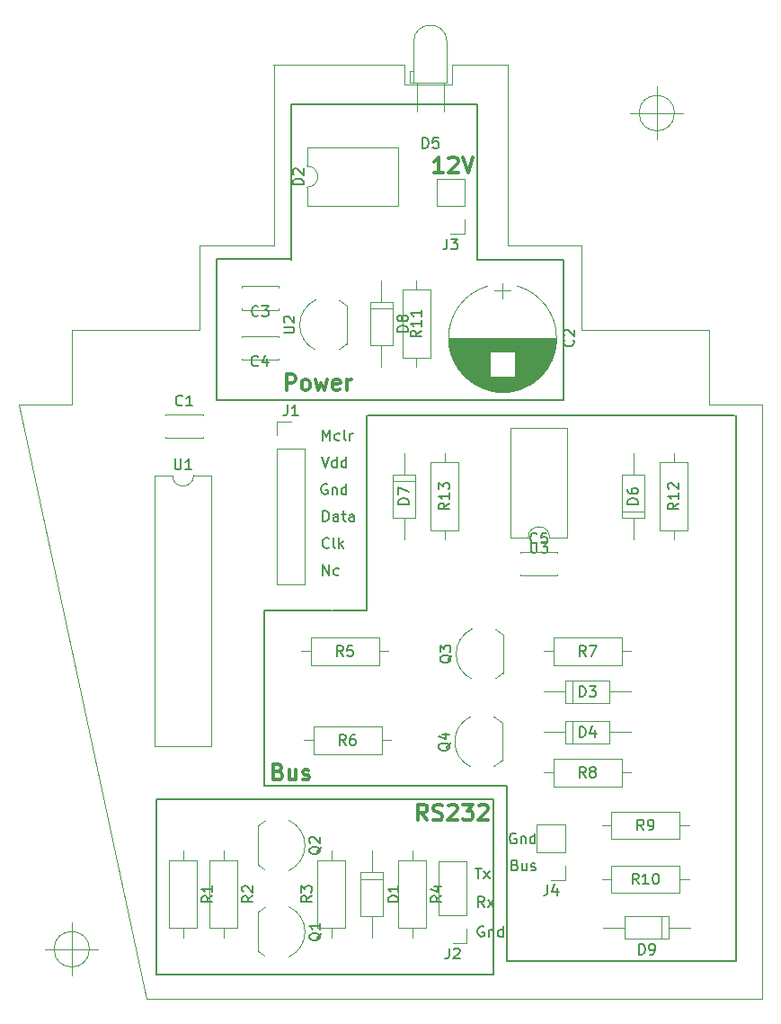
<source format=gbr>
%TF.GenerationSoftware,KiCad,Pcbnew,4.0.7-e2-6376~58~ubuntu16.04.1*%
%TF.CreationDate,2019-01-22T10:52:45+01:00*%
%TF.ProjectId,nikobus,6E696B6F6275732E6B696361645F7063,rev?*%
%TF.FileFunction,Legend,Top*%
%FSLAX46Y46*%
G04 Gerber Fmt 4.6, Leading zero omitted, Abs format (unit mm)*
G04 Created by KiCad (PCBNEW 4.0.7-e2-6376~58~ubuntu16.04.1) date Tue Jan 22 10:52:45 2019*
%MOMM*%
%LPD*%
G01*
G04 APERTURE LIST*
%ADD10C,0.100000*%
%ADD11C,0.200000*%
%ADD12C,0.300000*%
%ADD13C,0.120000*%
%ADD14C,0.150000*%
G04 APERTURE END LIST*
D10*
X112268000Y-40005000D02*
X99949000Y-40005000D01*
X116713000Y-41910000D02*
X112268000Y-41910000D01*
X116840000Y-40005000D02*
X121920000Y-40005000D01*
D11*
X94615000Y-71628000D02*
X94615000Y-58293000D01*
X127254000Y-71628000D02*
X94615000Y-71628000D01*
X127254000Y-58420000D02*
X127254000Y-71628000D01*
X119253000Y-58420000D02*
X127254000Y-58420000D01*
X94615000Y-58293000D02*
X101600000Y-58293000D01*
X143383000Y-73025000D02*
X108839000Y-73025000D01*
X108712000Y-91440000D02*
X108712000Y-73025000D01*
X105537000Y-91440000D02*
X108712000Y-91440000D01*
X119180000Y-43735500D02*
X119180000Y-58404000D01*
X101590500Y-43735500D02*
X119180000Y-43735500D01*
X101590500Y-58404000D02*
X101590500Y-43735500D01*
D10*
X137737666Y-44561000D02*
G75*
G03X137737666Y-44561000I-1666666J0D01*
G01*
X133571000Y-44561000D02*
X138571000Y-44561000D01*
X136071000Y-42061000D02*
X136071000Y-47061000D01*
X82619666Y-123301000D02*
G75*
G03X82619666Y-123301000I-1666666J0D01*
G01*
X78453000Y-123301000D02*
X83453000Y-123301000D01*
X80953000Y-120801000D02*
X80953000Y-125801000D01*
X116767000Y-41894000D02*
X116767000Y-39989000D01*
X112322000Y-39989000D02*
X112322000Y-41894000D01*
D11*
X122698143Y-115371571D02*
X122841000Y-115419190D01*
X122888619Y-115466810D01*
X122936238Y-115562048D01*
X122936238Y-115704905D01*
X122888619Y-115800143D01*
X122841000Y-115847762D01*
X122745762Y-115895381D01*
X122364809Y-115895381D01*
X122364809Y-114895381D01*
X122698143Y-114895381D01*
X122793381Y-114943000D01*
X122841000Y-114990619D01*
X122888619Y-115085857D01*
X122888619Y-115181095D01*
X122841000Y-115276333D01*
X122793381Y-115323952D01*
X122698143Y-115371571D01*
X122364809Y-115371571D01*
X123793381Y-115228714D02*
X123793381Y-115895381D01*
X123364809Y-115228714D02*
X123364809Y-115752524D01*
X123412428Y-115847762D01*
X123507666Y-115895381D01*
X123650524Y-115895381D01*
X123745762Y-115847762D01*
X123793381Y-115800143D01*
X124221952Y-115847762D02*
X124317190Y-115895381D01*
X124507666Y-115895381D01*
X124602905Y-115847762D01*
X124650524Y-115752524D01*
X124650524Y-115704905D01*
X124602905Y-115609667D01*
X124507666Y-115562048D01*
X124364809Y-115562048D01*
X124269571Y-115514429D01*
X124221952Y-115419190D01*
X124221952Y-115371571D01*
X124269571Y-115276333D01*
X124364809Y-115228714D01*
X124507666Y-115228714D01*
X124602905Y-115276333D01*
X122793381Y-112403000D02*
X122698143Y-112355381D01*
X122555286Y-112355381D01*
X122412428Y-112403000D01*
X122317190Y-112498238D01*
X122269571Y-112593476D01*
X122221952Y-112783952D01*
X122221952Y-112926810D01*
X122269571Y-113117286D01*
X122317190Y-113212524D01*
X122412428Y-113307762D01*
X122555286Y-113355381D01*
X122650524Y-113355381D01*
X122793381Y-113307762D01*
X122841000Y-113260143D01*
X122841000Y-112926810D01*
X122650524Y-112926810D01*
X123269571Y-112688714D02*
X123269571Y-113355381D01*
X123269571Y-112783952D02*
X123317190Y-112736333D01*
X123412428Y-112688714D01*
X123555286Y-112688714D01*
X123650524Y-112736333D01*
X123698143Y-112831571D01*
X123698143Y-113355381D01*
X124602905Y-113355381D02*
X124602905Y-112355381D01*
X124602905Y-113307762D02*
X124507667Y-113355381D01*
X124317190Y-113355381D01*
X124221952Y-113307762D01*
X124174333Y-113260143D01*
X124126714Y-113164905D01*
X124126714Y-112879190D01*
X124174333Y-112783952D01*
X124221952Y-112736333D01*
X124317190Y-112688714D01*
X124507667Y-112688714D01*
X124602905Y-112736333D01*
X104632095Y-88082381D02*
X104632095Y-87082381D01*
X105203524Y-88082381D01*
X105203524Y-87082381D01*
X106108286Y-88034762D02*
X106013048Y-88082381D01*
X105822571Y-88082381D01*
X105727333Y-88034762D01*
X105679714Y-87987143D01*
X105632095Y-87891905D01*
X105632095Y-87606190D01*
X105679714Y-87510952D01*
X105727333Y-87463333D01*
X105822571Y-87415714D01*
X106013048Y-87415714D01*
X106108286Y-87463333D01*
X105021143Y-79510000D02*
X104925905Y-79462381D01*
X104783048Y-79462381D01*
X104640190Y-79510000D01*
X104544952Y-79605238D01*
X104497333Y-79700476D01*
X104449714Y-79890952D01*
X104449714Y-80033810D01*
X104497333Y-80224286D01*
X104544952Y-80319524D01*
X104640190Y-80414762D01*
X104783048Y-80462381D01*
X104878286Y-80462381D01*
X105021143Y-80414762D01*
X105068762Y-80367143D01*
X105068762Y-80033810D01*
X104878286Y-80033810D01*
X105497333Y-79795714D02*
X105497333Y-80462381D01*
X105497333Y-79890952D02*
X105544952Y-79843333D01*
X105640190Y-79795714D01*
X105783048Y-79795714D01*
X105878286Y-79843333D01*
X105925905Y-79938571D01*
X105925905Y-80462381D01*
X106830667Y-80462381D02*
X106830667Y-79462381D01*
X106830667Y-80414762D02*
X106735429Y-80462381D01*
X106544952Y-80462381D01*
X106449714Y-80414762D01*
X106402095Y-80367143D01*
X106354476Y-80271905D01*
X106354476Y-79986190D01*
X106402095Y-79890952D01*
X106449714Y-79843333D01*
X106544952Y-79795714D01*
X106735429Y-79795714D01*
X106830667Y-79843333D01*
X105203524Y-85447143D02*
X105155905Y-85494762D01*
X105013048Y-85542381D01*
X104917810Y-85542381D01*
X104774952Y-85494762D01*
X104679714Y-85399524D01*
X104632095Y-85304286D01*
X104584476Y-85113810D01*
X104584476Y-84970952D01*
X104632095Y-84780476D01*
X104679714Y-84685238D01*
X104774952Y-84590000D01*
X104917810Y-84542381D01*
X105013048Y-84542381D01*
X105155905Y-84590000D01*
X105203524Y-84637619D01*
X105774952Y-85542381D02*
X105679714Y-85494762D01*
X105632095Y-85399524D01*
X105632095Y-84542381D01*
X106155905Y-85542381D02*
X106155905Y-84542381D01*
X106251143Y-85161429D02*
X106536858Y-85542381D01*
X106536858Y-84875714D02*
X106155905Y-85256667D01*
X104632095Y-75382381D02*
X104632095Y-74382381D01*
X104965429Y-75096667D01*
X105298762Y-74382381D01*
X105298762Y-75382381D01*
X106203524Y-75334762D02*
X106108286Y-75382381D01*
X105917809Y-75382381D01*
X105822571Y-75334762D01*
X105774952Y-75287143D01*
X105727333Y-75191905D01*
X105727333Y-74906190D01*
X105774952Y-74810952D01*
X105822571Y-74763333D01*
X105917809Y-74715714D01*
X106108286Y-74715714D01*
X106203524Y-74763333D01*
X106774952Y-75382381D02*
X106679714Y-75334762D01*
X106632095Y-75239524D01*
X106632095Y-74382381D01*
X107155905Y-75382381D02*
X107155905Y-74715714D01*
X107155905Y-74906190D02*
X107203524Y-74810952D01*
X107251143Y-74763333D01*
X107346381Y-74715714D01*
X107441620Y-74715714D01*
X118967238Y-115657381D02*
X119538667Y-115657381D01*
X119252952Y-116657381D02*
X119252952Y-115657381D01*
X119776762Y-116657381D02*
X120300572Y-115990714D01*
X119776762Y-115990714D02*
X120300572Y-116657381D01*
X119760905Y-121166000D02*
X119665667Y-121118381D01*
X119522810Y-121118381D01*
X119379952Y-121166000D01*
X119284714Y-121261238D01*
X119237095Y-121356476D01*
X119189476Y-121546952D01*
X119189476Y-121689810D01*
X119237095Y-121880286D01*
X119284714Y-121975524D01*
X119379952Y-122070762D01*
X119522810Y-122118381D01*
X119618048Y-122118381D01*
X119760905Y-122070762D01*
X119808524Y-122023143D01*
X119808524Y-121689810D01*
X119618048Y-121689810D01*
X120237095Y-121451714D02*
X120237095Y-122118381D01*
X120237095Y-121546952D02*
X120284714Y-121499333D01*
X120379952Y-121451714D01*
X120522810Y-121451714D01*
X120618048Y-121499333D01*
X120665667Y-121594571D01*
X120665667Y-122118381D01*
X121570429Y-122118381D02*
X121570429Y-121118381D01*
X121570429Y-122070762D02*
X121475191Y-122118381D01*
X121284714Y-122118381D01*
X121189476Y-122070762D01*
X121141857Y-122023143D01*
X121094238Y-121927905D01*
X121094238Y-121642190D01*
X121141857Y-121546952D01*
X121189476Y-121499333D01*
X121284714Y-121451714D01*
X121475191Y-121451714D01*
X121570429Y-121499333D01*
X119808524Y-119324381D02*
X119475190Y-118848190D01*
X119237095Y-119324381D02*
X119237095Y-118324381D01*
X119618048Y-118324381D01*
X119713286Y-118372000D01*
X119760905Y-118419619D01*
X119808524Y-118514857D01*
X119808524Y-118657714D01*
X119760905Y-118752952D01*
X119713286Y-118800571D01*
X119618048Y-118848190D01*
X119237095Y-118848190D01*
X120141857Y-119324381D02*
X120665667Y-118657714D01*
X120141857Y-118657714D02*
X120665667Y-119324381D01*
X104632095Y-83002381D02*
X104632095Y-82002381D01*
X104870190Y-82002381D01*
X105013048Y-82050000D01*
X105108286Y-82145238D01*
X105155905Y-82240476D01*
X105203524Y-82430952D01*
X105203524Y-82573810D01*
X105155905Y-82764286D01*
X105108286Y-82859524D01*
X105013048Y-82954762D01*
X104870190Y-83002381D01*
X104632095Y-83002381D01*
X106060667Y-83002381D02*
X106060667Y-82478571D01*
X106013048Y-82383333D01*
X105917810Y-82335714D01*
X105727333Y-82335714D01*
X105632095Y-82383333D01*
X106060667Y-82954762D02*
X105965429Y-83002381D01*
X105727333Y-83002381D01*
X105632095Y-82954762D01*
X105584476Y-82859524D01*
X105584476Y-82764286D01*
X105632095Y-82669048D01*
X105727333Y-82621429D01*
X105965429Y-82621429D01*
X106060667Y-82573810D01*
X106394000Y-82335714D02*
X106774952Y-82335714D01*
X106536857Y-82002381D02*
X106536857Y-82859524D01*
X106584476Y-82954762D01*
X106679714Y-83002381D01*
X106774952Y-83002381D01*
X107536858Y-83002381D02*
X107536858Y-82478571D01*
X107489239Y-82383333D01*
X107394001Y-82335714D01*
X107203524Y-82335714D01*
X107108286Y-82383333D01*
X107536858Y-82954762D02*
X107441620Y-83002381D01*
X107203524Y-83002381D01*
X107108286Y-82954762D01*
X107060667Y-82859524D01*
X107060667Y-82764286D01*
X107108286Y-82669048D01*
X107203524Y-82621429D01*
X107441620Y-82621429D01*
X107536858Y-82573810D01*
X104489238Y-76922381D02*
X104822571Y-77922381D01*
X105155905Y-76922381D01*
X105917810Y-77922381D02*
X105917810Y-76922381D01*
X105917810Y-77874762D02*
X105822572Y-77922381D01*
X105632095Y-77922381D01*
X105536857Y-77874762D01*
X105489238Y-77827143D01*
X105441619Y-77731905D01*
X105441619Y-77446190D01*
X105489238Y-77350952D01*
X105536857Y-77303333D01*
X105632095Y-77255714D01*
X105822572Y-77255714D01*
X105917810Y-77303333D01*
X106822572Y-77922381D02*
X106822572Y-76922381D01*
X106822572Y-77874762D02*
X106727334Y-77922381D01*
X106536857Y-77922381D01*
X106441619Y-77874762D01*
X106394000Y-77827143D01*
X106346381Y-77731905D01*
X106346381Y-77446190D01*
X106394000Y-77350952D01*
X106441619Y-77303333D01*
X106536857Y-77255714D01*
X106727334Y-77255714D01*
X106822572Y-77303333D01*
D12*
X115911429Y-50208571D02*
X115054286Y-50208571D01*
X115482858Y-50208571D02*
X115482858Y-48708571D01*
X115340001Y-48922857D01*
X115197143Y-49065714D01*
X115054286Y-49137143D01*
X116482857Y-48851429D02*
X116554286Y-48780000D01*
X116697143Y-48708571D01*
X117054286Y-48708571D01*
X117197143Y-48780000D01*
X117268572Y-48851429D01*
X117340000Y-48994286D01*
X117340000Y-49137143D01*
X117268572Y-49351429D01*
X116411429Y-50208571D01*
X117340000Y-50208571D01*
X117768571Y-48708571D02*
X118268571Y-50208571D01*
X118768571Y-48708571D01*
X114447144Y-111168571D02*
X113947144Y-110454286D01*
X113590001Y-111168571D02*
X113590001Y-109668571D01*
X114161429Y-109668571D01*
X114304287Y-109740000D01*
X114375715Y-109811429D01*
X114447144Y-109954286D01*
X114447144Y-110168571D01*
X114375715Y-110311429D01*
X114304287Y-110382857D01*
X114161429Y-110454286D01*
X113590001Y-110454286D01*
X115018572Y-111097143D02*
X115232858Y-111168571D01*
X115590001Y-111168571D01*
X115732858Y-111097143D01*
X115804287Y-111025714D01*
X115875715Y-110882857D01*
X115875715Y-110740000D01*
X115804287Y-110597143D01*
X115732858Y-110525714D01*
X115590001Y-110454286D01*
X115304287Y-110382857D01*
X115161429Y-110311429D01*
X115090001Y-110240000D01*
X115018572Y-110097143D01*
X115018572Y-109954286D01*
X115090001Y-109811429D01*
X115161429Y-109740000D01*
X115304287Y-109668571D01*
X115661429Y-109668571D01*
X115875715Y-109740000D01*
X116447143Y-109811429D02*
X116518572Y-109740000D01*
X116661429Y-109668571D01*
X117018572Y-109668571D01*
X117161429Y-109740000D01*
X117232858Y-109811429D01*
X117304286Y-109954286D01*
X117304286Y-110097143D01*
X117232858Y-110311429D01*
X116375715Y-111168571D01*
X117304286Y-111168571D01*
X117804286Y-109668571D02*
X118732857Y-109668571D01*
X118232857Y-110240000D01*
X118447143Y-110240000D01*
X118590000Y-110311429D01*
X118661429Y-110382857D01*
X118732857Y-110525714D01*
X118732857Y-110882857D01*
X118661429Y-111025714D01*
X118590000Y-111097143D01*
X118447143Y-111168571D01*
X118018571Y-111168571D01*
X117875714Y-111097143D01*
X117804286Y-111025714D01*
X119304285Y-109811429D02*
X119375714Y-109740000D01*
X119518571Y-109668571D01*
X119875714Y-109668571D01*
X120018571Y-109740000D01*
X120090000Y-109811429D01*
X120161428Y-109954286D01*
X120161428Y-110097143D01*
X120090000Y-110311429D01*
X119232857Y-111168571D01*
X120161428Y-111168571D01*
X100421429Y-106572857D02*
X100635715Y-106644286D01*
X100707143Y-106715714D01*
X100778572Y-106858571D01*
X100778572Y-107072857D01*
X100707143Y-107215714D01*
X100635715Y-107287143D01*
X100492857Y-107358571D01*
X99921429Y-107358571D01*
X99921429Y-105858571D01*
X100421429Y-105858571D01*
X100564286Y-105930000D01*
X100635715Y-106001429D01*
X100707143Y-106144286D01*
X100707143Y-106287143D01*
X100635715Y-106430000D01*
X100564286Y-106501429D01*
X100421429Y-106572857D01*
X99921429Y-106572857D01*
X102064286Y-106358571D02*
X102064286Y-107358571D01*
X101421429Y-106358571D02*
X101421429Y-107144286D01*
X101492857Y-107287143D01*
X101635715Y-107358571D01*
X101850000Y-107358571D01*
X101992857Y-107287143D01*
X102064286Y-107215714D01*
X102707143Y-107287143D02*
X102850000Y-107358571D01*
X103135715Y-107358571D01*
X103278572Y-107287143D01*
X103350000Y-107144286D01*
X103350000Y-107072857D01*
X103278572Y-106930000D01*
X103135715Y-106858571D01*
X102921429Y-106858571D01*
X102778572Y-106787143D01*
X102707143Y-106644286D01*
X102707143Y-106572857D01*
X102778572Y-106430000D01*
X102921429Y-106358571D01*
X103135715Y-106358571D01*
X103278572Y-106430000D01*
X101175715Y-70655571D02*
X101175715Y-69155571D01*
X101747143Y-69155571D01*
X101890001Y-69227000D01*
X101961429Y-69298429D01*
X102032858Y-69441286D01*
X102032858Y-69655571D01*
X101961429Y-69798429D01*
X101890001Y-69869857D01*
X101747143Y-69941286D01*
X101175715Y-69941286D01*
X102890001Y-70655571D02*
X102747143Y-70584143D01*
X102675715Y-70512714D01*
X102604286Y-70369857D01*
X102604286Y-69941286D01*
X102675715Y-69798429D01*
X102747143Y-69727000D01*
X102890001Y-69655571D01*
X103104286Y-69655571D01*
X103247143Y-69727000D01*
X103318572Y-69798429D01*
X103390001Y-69941286D01*
X103390001Y-70369857D01*
X103318572Y-70512714D01*
X103247143Y-70584143D01*
X103104286Y-70655571D01*
X102890001Y-70655571D01*
X103890001Y-69655571D02*
X104175715Y-70655571D01*
X104461429Y-69941286D01*
X104747144Y-70655571D01*
X105032858Y-69655571D01*
X106175715Y-70584143D02*
X106032858Y-70655571D01*
X105747144Y-70655571D01*
X105604287Y-70584143D01*
X105532858Y-70441286D01*
X105532858Y-69869857D01*
X105604287Y-69727000D01*
X105747144Y-69655571D01*
X106032858Y-69655571D01*
X106175715Y-69727000D01*
X106247144Y-69869857D01*
X106247144Y-70012714D01*
X105532858Y-70155571D01*
X106890001Y-70655571D02*
X106890001Y-69655571D01*
X106890001Y-69941286D02*
X106961429Y-69798429D01*
X107032858Y-69727000D01*
X107175715Y-69655571D01*
X107318572Y-69655571D01*
D11*
X94615000Y-58420000D02*
X94615000Y-71120000D01*
X88900000Y-125730000D02*
X88900000Y-109220000D01*
X120650000Y-125730000D02*
X88900000Y-125730000D01*
X120650000Y-109220000D02*
X120650000Y-125730000D01*
X120650000Y-109220000D02*
X88900000Y-109220000D01*
X99060000Y-91440000D02*
X99060000Y-107950000D01*
X121920000Y-107950000D02*
X99060000Y-107950000D01*
X121920000Y-124460000D02*
X121920000Y-107950000D01*
X143510000Y-124460000D02*
X121920000Y-124460000D01*
X143510000Y-73025000D02*
X143510000Y-124460000D01*
X99060000Y-91440000D02*
X105410000Y-91440000D01*
D10*
X129000000Y-57000000D02*
X122000000Y-57000000D01*
X129000000Y-58000000D02*
X129000000Y-57000000D01*
X129000000Y-65000000D02*
X129000000Y-58000000D01*
X134000000Y-65000000D02*
X129000000Y-65000000D01*
X146000000Y-128000000D02*
X88000000Y-128000000D01*
X146000000Y-72000000D02*
X146000000Y-128000000D01*
X88000000Y-128000000D02*
X76000000Y-72000000D01*
X100000000Y-57000000D02*
X100000000Y-40000000D01*
X93000000Y-57000000D02*
X100000000Y-57000000D01*
X93000000Y-65000000D02*
X93000000Y-57000000D01*
X81000000Y-65000000D02*
X93000000Y-65000000D01*
X81000000Y-72000000D02*
X81000000Y-65000000D01*
X76000000Y-72000000D02*
X81000000Y-72000000D01*
X122000000Y-57000000D02*
X122000000Y-40000000D01*
X141000000Y-65000000D02*
X134000000Y-65000000D01*
X141000000Y-72000000D02*
X141000000Y-65000000D01*
X146000000Y-72000000D02*
X141000000Y-72000000D01*
D13*
X137188000Y-122345000D02*
X137188000Y-120225000D01*
X137188000Y-120225000D02*
X133068000Y-120225000D01*
X133068000Y-120225000D02*
X133068000Y-122345000D01*
X133068000Y-122345000D02*
X137188000Y-122345000D01*
X139228000Y-121285000D02*
X137188000Y-121285000D01*
X131028000Y-121285000D02*
X133068000Y-121285000D01*
X136528000Y-122345000D02*
X136528000Y-120225000D01*
X113175000Y-37840000D02*
G75*
G02X116295000Y-37840000I1560000J0D01*
G01*
X116295000Y-41700000D02*
X116295000Y-37840000D01*
X113175000Y-41700000D02*
X113175000Y-37840000D01*
X116295000Y-41700000D02*
X113175000Y-41700000D01*
X112775000Y-41700000D02*
X112775000Y-40580000D01*
X112775000Y-40580000D02*
X113175000Y-40580000D01*
X113175000Y-40580000D02*
X113175000Y-41700000D01*
X113175000Y-41700000D02*
X112775000Y-41700000D01*
X116005000Y-44370000D02*
X116005000Y-41700000D01*
X116005000Y-41700000D02*
X116005000Y-41700000D01*
X116005000Y-41700000D02*
X116005000Y-44370000D01*
X116005000Y-44370000D02*
X116005000Y-44370000D01*
X113465000Y-44370000D02*
X113465000Y-41700000D01*
X113465000Y-41700000D02*
X113465000Y-41700000D01*
X113465000Y-41700000D02*
X113465000Y-44370000D01*
X113465000Y-44370000D02*
X113465000Y-44370000D01*
X104100000Y-121320000D02*
X106720000Y-121320000D01*
X106720000Y-121320000D02*
X106720000Y-114900000D01*
X106720000Y-114900000D02*
X104100000Y-114900000D01*
X104100000Y-114900000D02*
X104100000Y-121320000D01*
X105410000Y-122210000D02*
X105410000Y-121320000D01*
X105410000Y-114010000D02*
X105410000Y-114900000D01*
X118170000Y-115002000D02*
X115510000Y-115002000D01*
X118170000Y-120142000D02*
X118170000Y-115002000D01*
X115510000Y-120142000D02*
X115510000Y-115002000D01*
X118170000Y-120142000D02*
X115510000Y-120142000D01*
X118170000Y-121412000D02*
X118170000Y-122742000D01*
X118170000Y-122742000D02*
X116840000Y-122742000D01*
X114340000Y-114900000D02*
X111720000Y-114900000D01*
X111720000Y-114900000D02*
X111720000Y-121320000D01*
X111720000Y-121320000D02*
X114340000Y-121320000D01*
X114340000Y-121320000D02*
X114340000Y-114900000D01*
X113030000Y-114010000D02*
X113030000Y-114900000D01*
X113030000Y-122210000D02*
X113030000Y-121320000D01*
X110280000Y-116050000D02*
X108160000Y-116050000D01*
X108160000Y-116050000D02*
X108160000Y-120170000D01*
X108160000Y-120170000D02*
X110280000Y-120170000D01*
X110280000Y-120170000D02*
X110280000Y-116050000D01*
X109220000Y-114010000D02*
X109220000Y-116050000D01*
X109220000Y-122210000D02*
X109220000Y-120170000D01*
X110280000Y-116710000D02*
X108160000Y-116710000D01*
X96560000Y-114900000D02*
X93940000Y-114900000D01*
X93940000Y-114900000D02*
X93940000Y-121320000D01*
X93940000Y-121320000D02*
X96560000Y-121320000D01*
X96560000Y-121320000D02*
X96560000Y-114900000D01*
X95250000Y-114010000D02*
X95250000Y-114900000D01*
X95250000Y-122210000D02*
X95250000Y-121320000D01*
X92750000Y-114900000D02*
X90130000Y-114900000D01*
X90130000Y-114900000D02*
X90130000Y-121320000D01*
X90130000Y-121320000D02*
X92750000Y-121320000D01*
X92750000Y-121320000D02*
X92750000Y-114900000D01*
X91440000Y-114010000D02*
X91440000Y-114900000D01*
X91440000Y-122210000D02*
X91440000Y-121320000D01*
X89787000Y-72931000D02*
X93307000Y-72931000D01*
X89787000Y-75151000D02*
X93307000Y-75151000D01*
X89787000Y-72931000D02*
X89787000Y-73045000D01*
X89787000Y-75037000D02*
X89787000Y-75151000D01*
X93307000Y-72931000D02*
X93307000Y-73045000D01*
X93307000Y-75037000D02*
X93307000Y-75151000D01*
X100270000Y-88960000D02*
X102930000Y-88960000D01*
X100270000Y-76200000D02*
X100270000Y-88960000D01*
X102930000Y-76200000D02*
X102930000Y-88960000D01*
X100270000Y-76200000D02*
X102930000Y-76200000D01*
X100270000Y-74930000D02*
X100270000Y-73600000D01*
X100270000Y-73600000D02*
X101600000Y-73600000D01*
X92440000Y-78680000D02*
G75*
G02X90440000Y-78680000I-1000000J0D01*
G01*
X90440000Y-78680000D02*
X88790000Y-78680000D01*
X88790000Y-78680000D02*
X88790000Y-104200000D01*
X88790000Y-104200000D02*
X94090000Y-104200000D01*
X94090000Y-104200000D02*
X94090000Y-78680000D01*
X94090000Y-78680000D02*
X92440000Y-78680000D01*
X117970000Y-50740000D02*
X115310000Y-50740000D01*
X117970000Y-53340000D02*
X117970000Y-50740000D01*
X115310000Y-53340000D02*
X115310000Y-50740000D01*
X117970000Y-53340000D02*
X115310000Y-53340000D01*
X117970000Y-54610000D02*
X117970000Y-55940000D01*
X117970000Y-55940000D02*
X116640000Y-55940000D01*
X100459000Y-63086000D02*
X96939000Y-63086000D01*
X100459000Y-60866000D02*
X96939000Y-60866000D01*
X100459000Y-63086000D02*
X100459000Y-62972000D01*
X100459000Y-60980000D02*
X100459000Y-60866000D01*
X96939000Y-63086000D02*
X96939000Y-62972000D01*
X96939000Y-60980000D02*
X96939000Y-60866000D01*
X100459000Y-67785000D02*
X96939000Y-67785000D01*
X100459000Y-65565000D02*
X96939000Y-65565000D01*
X100459000Y-67785000D02*
X100459000Y-67671000D01*
X100459000Y-65679000D02*
X100459000Y-65565000D01*
X96939000Y-67785000D02*
X96939000Y-67671000D01*
X96939000Y-65679000D02*
X96939000Y-65565000D01*
X132798000Y-82705000D02*
X134918000Y-82705000D01*
X134918000Y-82705000D02*
X134918000Y-78585000D01*
X134918000Y-78585000D02*
X132798000Y-78585000D01*
X132798000Y-78585000D02*
X132798000Y-82705000D01*
X133858000Y-84745000D02*
X133858000Y-82705000D01*
X133858000Y-76545000D02*
X133858000Y-78585000D01*
X132798000Y-82045000D02*
X134918000Y-82045000D01*
X113328000Y-78585000D02*
X111208000Y-78585000D01*
X111208000Y-78585000D02*
X111208000Y-82705000D01*
X111208000Y-82705000D02*
X113328000Y-82705000D01*
X113328000Y-82705000D02*
X113328000Y-78585000D01*
X112268000Y-76545000D02*
X112268000Y-78585000D01*
X112268000Y-84745000D02*
X112268000Y-82705000D01*
X113328000Y-79245000D02*
X111208000Y-79245000D01*
X127441000Y-111573000D02*
X124781000Y-111573000D01*
X127441000Y-114173000D02*
X127441000Y-111573000D01*
X124781000Y-114173000D02*
X124781000Y-111573000D01*
X127441000Y-114173000D02*
X124781000Y-114173000D01*
X127441000Y-115443000D02*
X127441000Y-116773000D01*
X127441000Y-116773000D02*
X126111000Y-116773000D01*
X103470000Y-93940000D02*
X103470000Y-96560000D01*
X103470000Y-96560000D02*
X109890000Y-96560000D01*
X109890000Y-96560000D02*
X109890000Y-93940000D01*
X109890000Y-93940000D02*
X103470000Y-93940000D01*
X102580000Y-95250000D02*
X103470000Y-95250000D01*
X110780000Y-95250000D02*
X109890000Y-95250000D01*
X103724000Y-102322000D02*
X103724000Y-104942000D01*
X103724000Y-104942000D02*
X110144000Y-104942000D01*
X110144000Y-104942000D02*
X110144000Y-102322000D01*
X110144000Y-102322000D02*
X103724000Y-102322000D01*
X102834000Y-103632000D02*
X103724000Y-103632000D01*
X111034000Y-103632000D02*
X110144000Y-103632000D01*
X132750000Y-96560000D02*
X132750000Y-93940000D01*
X132750000Y-93940000D02*
X126330000Y-93940000D01*
X126330000Y-93940000D02*
X126330000Y-96560000D01*
X126330000Y-96560000D02*
X132750000Y-96560000D01*
X133640000Y-95250000D02*
X132750000Y-95250000D01*
X125440000Y-95250000D02*
X126330000Y-95250000D01*
X132750000Y-107990000D02*
X132750000Y-105370000D01*
X132750000Y-105370000D02*
X126330000Y-105370000D01*
X126330000Y-105370000D02*
X126330000Y-107990000D01*
X126330000Y-107990000D02*
X132750000Y-107990000D01*
X133640000Y-106680000D02*
X132750000Y-106680000D01*
X125440000Y-106680000D02*
X126330000Y-106680000D01*
X131791000Y-110323000D02*
X131791000Y-112943000D01*
X131791000Y-112943000D02*
X138211000Y-112943000D01*
X138211000Y-112943000D02*
X138211000Y-110323000D01*
X138211000Y-110323000D02*
X131791000Y-110323000D01*
X130901000Y-111633000D02*
X131791000Y-111633000D01*
X139101000Y-111633000D02*
X138211000Y-111633000D01*
X138211000Y-118023000D02*
X138211000Y-115403000D01*
X138211000Y-115403000D02*
X131791000Y-115403000D01*
X131791000Y-115403000D02*
X131791000Y-118023000D01*
X131791000Y-118023000D02*
X138211000Y-118023000D01*
X139101000Y-116713000D02*
X138211000Y-116713000D01*
X130901000Y-116713000D02*
X131791000Y-116713000D01*
X112101000Y-67599000D02*
X114721000Y-67599000D01*
X114721000Y-67599000D02*
X114721000Y-61179000D01*
X114721000Y-61179000D02*
X112101000Y-61179000D01*
X112101000Y-61179000D02*
X112101000Y-67599000D01*
X113411000Y-68489000D02*
X113411000Y-67599000D01*
X113411000Y-60289000D02*
X113411000Y-61179000D01*
X138978000Y-77435000D02*
X136358000Y-77435000D01*
X136358000Y-77435000D02*
X136358000Y-83855000D01*
X136358000Y-83855000D02*
X138978000Y-83855000D01*
X138978000Y-83855000D02*
X138978000Y-77435000D01*
X137668000Y-76545000D02*
X137668000Y-77435000D01*
X137668000Y-84745000D02*
X137668000Y-83855000D01*
X123968000Y-84515000D02*
G75*
G02X125968000Y-84515000I1000000J0D01*
G01*
X125968000Y-84515000D02*
X127618000Y-84515000D01*
X127618000Y-84515000D02*
X127618000Y-74235000D01*
X127618000Y-74235000D02*
X122318000Y-74235000D01*
X122318000Y-74235000D02*
X122318000Y-84515000D01*
X122318000Y-84515000D02*
X123968000Y-84515000D01*
X122922264Y-70644437D02*
G75*
G03X122919000Y-60846643I-1383264J4898437D01*
G01*
X120155736Y-70644437D02*
G75*
G02X120159000Y-60846643I1383264J4898437D01*
G01*
X120155736Y-70644437D02*
G75*
G03X122919000Y-70645357I1383264J4898437D01*
G01*
X126589000Y-65746000D02*
X116489000Y-65746000D01*
X126589000Y-65786000D02*
X116489000Y-65786000D01*
X126589000Y-65826000D02*
X116489000Y-65826000D01*
X126588000Y-65866000D02*
X116490000Y-65866000D01*
X126587000Y-65906000D02*
X116491000Y-65906000D01*
X126586000Y-65946000D02*
X116492000Y-65946000D01*
X126584000Y-65986000D02*
X116494000Y-65986000D01*
X126582000Y-66026000D02*
X116496000Y-66026000D01*
X126579000Y-66066000D02*
X116499000Y-66066000D01*
X126577000Y-66106000D02*
X116501000Y-66106000D01*
X126574000Y-66146000D02*
X116504000Y-66146000D01*
X126570000Y-66186000D02*
X116508000Y-66186000D01*
X126567000Y-66226000D02*
X116511000Y-66226000D01*
X126563000Y-66266000D02*
X116515000Y-66266000D01*
X126559000Y-66306000D02*
X116519000Y-66306000D01*
X126554000Y-66346000D02*
X116524000Y-66346000D01*
X126549000Y-66386000D02*
X116529000Y-66386000D01*
X126544000Y-66426000D02*
X116534000Y-66426000D01*
X126538000Y-66467000D02*
X116540000Y-66467000D01*
X126532000Y-66507000D02*
X116546000Y-66507000D01*
X126526000Y-66547000D02*
X116552000Y-66547000D01*
X126520000Y-66587000D02*
X116558000Y-66587000D01*
X126513000Y-66627000D02*
X116565000Y-66627000D01*
X126506000Y-66667000D02*
X116572000Y-66667000D01*
X126498000Y-66707000D02*
X116580000Y-66707000D01*
X126490000Y-66747000D02*
X116588000Y-66747000D01*
X126482000Y-66787000D02*
X116596000Y-66787000D01*
X126474000Y-66827000D02*
X116604000Y-66827000D01*
X126465000Y-66867000D02*
X116613000Y-66867000D01*
X126456000Y-66907000D02*
X116622000Y-66907000D01*
X126446000Y-66947000D02*
X116632000Y-66947000D01*
X126436000Y-66987000D02*
X116642000Y-66987000D01*
X126426000Y-67027000D02*
X116652000Y-67027000D01*
X126415000Y-67067000D02*
X122720000Y-67067000D01*
X120358000Y-67067000D02*
X116663000Y-67067000D01*
X126404000Y-67107000D02*
X122720000Y-67107000D01*
X120358000Y-67107000D02*
X116674000Y-67107000D01*
X126393000Y-67147000D02*
X122720000Y-67147000D01*
X120358000Y-67147000D02*
X116685000Y-67147000D01*
X126382000Y-67187000D02*
X122720000Y-67187000D01*
X120358000Y-67187000D02*
X116696000Y-67187000D01*
X126370000Y-67227000D02*
X122720000Y-67227000D01*
X120358000Y-67227000D02*
X116708000Y-67227000D01*
X126357000Y-67267000D02*
X122720000Y-67267000D01*
X120358000Y-67267000D02*
X116721000Y-67267000D01*
X126345000Y-67307000D02*
X122720000Y-67307000D01*
X120358000Y-67307000D02*
X116733000Y-67307000D01*
X126331000Y-67347000D02*
X122720000Y-67347000D01*
X120358000Y-67347000D02*
X116747000Y-67347000D01*
X126318000Y-67387000D02*
X122720000Y-67387000D01*
X120358000Y-67387000D02*
X116760000Y-67387000D01*
X126304000Y-67427000D02*
X122720000Y-67427000D01*
X120358000Y-67427000D02*
X116774000Y-67427000D01*
X126290000Y-67467000D02*
X122720000Y-67467000D01*
X120358000Y-67467000D02*
X116788000Y-67467000D01*
X126276000Y-67507000D02*
X122720000Y-67507000D01*
X120358000Y-67507000D02*
X116802000Y-67507000D01*
X126261000Y-67547000D02*
X122720000Y-67547000D01*
X120358000Y-67547000D02*
X116817000Y-67547000D01*
X126245000Y-67587000D02*
X122720000Y-67587000D01*
X120358000Y-67587000D02*
X116833000Y-67587000D01*
X126230000Y-67627000D02*
X122720000Y-67627000D01*
X120358000Y-67627000D02*
X116848000Y-67627000D01*
X126213000Y-67667000D02*
X122720000Y-67667000D01*
X120358000Y-67667000D02*
X116865000Y-67667000D01*
X126197000Y-67707000D02*
X122720000Y-67707000D01*
X120358000Y-67707000D02*
X116881000Y-67707000D01*
X126180000Y-67747000D02*
X122720000Y-67747000D01*
X120358000Y-67747000D02*
X116898000Y-67747000D01*
X126163000Y-67787000D02*
X122720000Y-67787000D01*
X120358000Y-67787000D02*
X116915000Y-67787000D01*
X126145000Y-67827000D02*
X122720000Y-67827000D01*
X120358000Y-67827000D02*
X116933000Y-67827000D01*
X126127000Y-67867000D02*
X122720000Y-67867000D01*
X120358000Y-67867000D02*
X116951000Y-67867000D01*
X126108000Y-67907000D02*
X122720000Y-67907000D01*
X120358000Y-67907000D02*
X116970000Y-67907000D01*
X126089000Y-67947000D02*
X122720000Y-67947000D01*
X120358000Y-67947000D02*
X116989000Y-67947000D01*
X126070000Y-67987000D02*
X122720000Y-67987000D01*
X120358000Y-67987000D02*
X117008000Y-67987000D01*
X126050000Y-68027000D02*
X122720000Y-68027000D01*
X120358000Y-68027000D02*
X117028000Y-68027000D01*
X126030000Y-68067000D02*
X122720000Y-68067000D01*
X120358000Y-68067000D02*
X117048000Y-68067000D01*
X126009000Y-68107000D02*
X122720000Y-68107000D01*
X120358000Y-68107000D02*
X117069000Y-68107000D01*
X125988000Y-68147000D02*
X122720000Y-68147000D01*
X120358000Y-68147000D02*
X117090000Y-68147000D01*
X125967000Y-68187000D02*
X122720000Y-68187000D01*
X120358000Y-68187000D02*
X117111000Y-68187000D01*
X125944000Y-68227000D02*
X122720000Y-68227000D01*
X120358000Y-68227000D02*
X117134000Y-68227000D01*
X125922000Y-68267000D02*
X122720000Y-68267000D01*
X120358000Y-68267000D02*
X117156000Y-68267000D01*
X125899000Y-68307000D02*
X122720000Y-68307000D01*
X120358000Y-68307000D02*
X117179000Y-68307000D01*
X125875000Y-68347000D02*
X122720000Y-68347000D01*
X120358000Y-68347000D02*
X117203000Y-68347000D01*
X125851000Y-68387000D02*
X122720000Y-68387000D01*
X120358000Y-68387000D02*
X117227000Y-68387000D01*
X125827000Y-68427000D02*
X122720000Y-68427000D01*
X120358000Y-68427000D02*
X117251000Y-68427000D01*
X125802000Y-68467000D02*
X122720000Y-68467000D01*
X120358000Y-68467000D02*
X117276000Y-68467000D01*
X125776000Y-68507000D02*
X122720000Y-68507000D01*
X120358000Y-68507000D02*
X117302000Y-68507000D01*
X125750000Y-68547000D02*
X122720000Y-68547000D01*
X120358000Y-68547000D02*
X117328000Y-68547000D01*
X125724000Y-68587000D02*
X122720000Y-68587000D01*
X120358000Y-68587000D02*
X117354000Y-68587000D01*
X125696000Y-68627000D02*
X122720000Y-68627000D01*
X120358000Y-68627000D02*
X117382000Y-68627000D01*
X125669000Y-68667000D02*
X122720000Y-68667000D01*
X120358000Y-68667000D02*
X117409000Y-68667000D01*
X125640000Y-68707000D02*
X122720000Y-68707000D01*
X120358000Y-68707000D02*
X117438000Y-68707000D01*
X125611000Y-68747000D02*
X122720000Y-68747000D01*
X120358000Y-68747000D02*
X117467000Y-68747000D01*
X125582000Y-68787000D02*
X122720000Y-68787000D01*
X120358000Y-68787000D02*
X117496000Y-68787000D01*
X125552000Y-68827000D02*
X122720000Y-68827000D01*
X120358000Y-68827000D02*
X117526000Y-68827000D01*
X125521000Y-68867000D02*
X122720000Y-68867000D01*
X120358000Y-68867000D02*
X117557000Y-68867000D01*
X125490000Y-68907000D02*
X122720000Y-68907000D01*
X120358000Y-68907000D02*
X117588000Y-68907000D01*
X125458000Y-68947000D02*
X122720000Y-68947000D01*
X120358000Y-68947000D02*
X117620000Y-68947000D01*
X125425000Y-68987000D02*
X122720000Y-68987000D01*
X120358000Y-68987000D02*
X117653000Y-68987000D01*
X125392000Y-69027000D02*
X122720000Y-69027000D01*
X120358000Y-69027000D02*
X117686000Y-69027000D01*
X125358000Y-69067000D02*
X122720000Y-69067000D01*
X120358000Y-69067000D02*
X117720000Y-69067000D01*
X125323000Y-69107000D02*
X122720000Y-69107000D01*
X120358000Y-69107000D02*
X117755000Y-69107000D01*
X125287000Y-69147000D02*
X122720000Y-69147000D01*
X120358000Y-69147000D02*
X117791000Y-69147000D01*
X125251000Y-69187000D02*
X122720000Y-69187000D01*
X120358000Y-69187000D02*
X117827000Y-69187000D01*
X125214000Y-69227000D02*
X122720000Y-69227000D01*
X120358000Y-69227000D02*
X117864000Y-69227000D01*
X125176000Y-69267000D02*
X122720000Y-69267000D01*
X120358000Y-69267000D02*
X117902000Y-69267000D01*
X125137000Y-69307000D02*
X122720000Y-69307000D01*
X120358000Y-69307000D02*
X117941000Y-69307000D01*
X125098000Y-69347000D02*
X122720000Y-69347000D01*
X120358000Y-69347000D02*
X117980000Y-69347000D01*
X125057000Y-69387000D02*
X122720000Y-69387000D01*
X120358000Y-69387000D02*
X118021000Y-69387000D01*
X125016000Y-69427000D02*
X118062000Y-69427000D01*
X124974000Y-69467000D02*
X118104000Y-69467000D01*
X124930000Y-69507000D02*
X118148000Y-69507000D01*
X124886000Y-69547000D02*
X118192000Y-69547000D01*
X124841000Y-69587000D02*
X118237000Y-69587000D01*
X124794000Y-69627000D02*
X118284000Y-69627000D01*
X124746000Y-69667000D02*
X118332000Y-69667000D01*
X124697000Y-69707000D02*
X118381000Y-69707000D01*
X124647000Y-69747000D02*
X118431000Y-69747000D01*
X124596000Y-69787000D02*
X118482000Y-69787000D01*
X124543000Y-69827000D02*
X118535000Y-69827000D01*
X124488000Y-69867000D02*
X118590000Y-69867000D01*
X124433000Y-69907000D02*
X118645000Y-69907000D01*
X124375000Y-69947000D02*
X118703000Y-69947000D01*
X124316000Y-69987000D02*
X118762000Y-69987000D01*
X124254000Y-70027000D02*
X118824000Y-70027000D01*
X124191000Y-70067000D02*
X118887000Y-70067000D01*
X124126000Y-70107000D02*
X118952000Y-70107000D01*
X124058000Y-70147000D02*
X119020000Y-70147000D01*
X123988000Y-70187000D02*
X119090000Y-70187000D01*
X123916000Y-70227000D02*
X119162000Y-70227000D01*
X123840000Y-70267000D02*
X119238000Y-70267000D01*
X123761000Y-70307000D02*
X119317000Y-70307000D01*
X123679000Y-70347000D02*
X119399000Y-70347000D01*
X123592000Y-70387000D02*
X119486000Y-70387000D01*
X123501000Y-70427000D02*
X119577000Y-70427000D01*
X123405000Y-70467000D02*
X119673000Y-70467000D01*
X123302000Y-70507000D02*
X119776000Y-70507000D01*
X123193000Y-70547000D02*
X119885000Y-70547000D01*
X123075000Y-70587000D02*
X120003000Y-70587000D01*
X122946000Y-70627000D02*
X120132000Y-70627000D01*
X122804000Y-70667000D02*
X120274000Y-70667000D01*
X122643000Y-70707000D02*
X120435000Y-70707000D01*
X122452000Y-70747000D02*
X120626000Y-70747000D01*
X122211000Y-70787000D02*
X120867000Y-70787000D01*
X121818000Y-70827000D02*
X121260000Y-70827000D01*
X121539000Y-60546000D02*
X121539000Y-62046000D01*
X122289000Y-61296000D02*
X120789000Y-61296000D01*
X123188000Y-85885000D02*
X126708000Y-85885000D01*
X123188000Y-88105000D02*
X126708000Y-88105000D01*
X123188000Y-85885000D02*
X123188000Y-85999000D01*
X123188000Y-87991000D02*
X123188000Y-88105000D01*
X126708000Y-85885000D02*
X126708000Y-85999000D01*
X126708000Y-87991000D02*
X126708000Y-88105000D01*
X103129000Y-47776000D02*
X103129000Y-49546000D01*
X111729000Y-47776000D02*
X103129000Y-47776000D01*
X111729000Y-53316000D02*
X111729000Y-47776000D01*
X103129000Y-53316000D02*
X111729000Y-53316000D01*
X103129000Y-51546000D02*
X103129000Y-53316000D01*
X103129000Y-49546000D02*
G75*
G02X103129000Y-51546000I0J-1000000D01*
G01*
X127480000Y-98000000D02*
X127480000Y-100120000D01*
X127480000Y-100120000D02*
X131600000Y-100120000D01*
X131600000Y-100120000D02*
X131600000Y-98000000D01*
X131600000Y-98000000D02*
X127480000Y-98000000D01*
X125440000Y-99060000D02*
X127480000Y-99060000D01*
X133640000Y-99060000D02*
X131600000Y-99060000D01*
X128140000Y-98000000D02*
X128140000Y-100120000D01*
X127480000Y-101810000D02*
X127480000Y-103930000D01*
X127480000Y-103930000D02*
X131600000Y-103930000D01*
X131600000Y-103930000D02*
X131600000Y-101810000D01*
X131600000Y-101810000D02*
X127480000Y-101810000D01*
X125440000Y-102870000D02*
X127480000Y-102870000D01*
X133640000Y-102870000D02*
X131600000Y-102870000D01*
X128140000Y-101810000D02*
X128140000Y-103930000D01*
X114768000Y-83855000D02*
X117388000Y-83855000D01*
X117388000Y-83855000D02*
X117388000Y-77435000D01*
X117388000Y-77435000D02*
X114768000Y-77435000D01*
X114768000Y-77435000D02*
X114768000Y-83855000D01*
X116078000Y-84745000D02*
X116078000Y-83855000D01*
X116078000Y-76545000D02*
X116078000Y-77435000D01*
X111169000Y-62329000D02*
X109049000Y-62329000D01*
X109049000Y-62329000D02*
X109049000Y-66449000D01*
X109049000Y-66449000D02*
X111169000Y-66449000D01*
X111169000Y-66449000D02*
X111169000Y-62329000D01*
X110109000Y-60289000D02*
X110109000Y-62329000D01*
X110109000Y-68489000D02*
X110109000Y-66449000D01*
X111169000Y-62989000D02*
X109049000Y-62989000D01*
X106879000Y-66316000D02*
X106879000Y-62716000D01*
X106151795Y-66840184D02*
G75*
G03X106879000Y-66316000I-1122795J2324184D01*
G01*
X103930193Y-66872400D02*
G75*
G02X102429000Y-64516000I1098807J2356400D01*
G01*
X103930193Y-62159600D02*
G75*
G03X102429000Y-64516000I1098807J-2356400D01*
G01*
X106151795Y-62191816D02*
G75*
G02X106879000Y-62716000I-1122795J-2324184D01*
G01*
X98480000Y-119866000D02*
X98480000Y-123466000D01*
X99207205Y-119341816D02*
G75*
G03X98480000Y-119866000I1122795J-2324184D01*
G01*
X101428807Y-119309600D02*
G75*
G02X102930000Y-121666000I-1098807J-2356400D01*
G01*
X101428807Y-124022400D02*
G75*
G03X102930000Y-121666000I-1098807J2356400D01*
G01*
X99207205Y-123990184D02*
G75*
G02X98480000Y-123466000I1122795J2324184D01*
G01*
X98480000Y-111738000D02*
X98480000Y-115338000D01*
X99207205Y-111213816D02*
G75*
G03X98480000Y-111738000I1122795J-2324184D01*
G01*
X101428807Y-111181600D02*
G75*
G02X102930000Y-113538000I-1098807J-2356400D01*
G01*
X101428807Y-115894400D02*
G75*
G03X102930000Y-113538000I-1098807J2356400D01*
G01*
X99207205Y-115862184D02*
G75*
G02X98480000Y-115338000I1122795J2324184D01*
G01*
X121611000Y-97304000D02*
X121611000Y-93704000D01*
X120883795Y-97828184D02*
G75*
G03X121611000Y-97304000I-1122795J2324184D01*
G01*
X118662193Y-97860400D02*
G75*
G02X117161000Y-95504000I1098807J2356400D01*
G01*
X118662193Y-93147600D02*
G75*
G03X117161000Y-95504000I1098807J-2356400D01*
G01*
X120883795Y-93179816D02*
G75*
G02X121611000Y-93704000I-1122795J-2324184D01*
G01*
X121484000Y-105559000D02*
X121484000Y-101959000D01*
X120756795Y-106083184D02*
G75*
G03X121484000Y-105559000I-1122795J2324184D01*
G01*
X118535193Y-106115400D02*
G75*
G02X117034000Y-103759000I1098807J2356400D01*
G01*
X118535193Y-101402600D02*
G75*
G03X117034000Y-103759000I1098807J-2356400D01*
G01*
X120756795Y-101434816D02*
G75*
G02X121484000Y-101959000I-1122795J-2324184D01*
G01*
D14*
X134389905Y-123797381D02*
X134389905Y-122797381D01*
X134628000Y-122797381D01*
X134770858Y-122845000D01*
X134866096Y-122940238D01*
X134913715Y-123035476D01*
X134961334Y-123225952D01*
X134961334Y-123368810D01*
X134913715Y-123559286D01*
X134866096Y-123654524D01*
X134770858Y-123749762D01*
X134628000Y-123797381D01*
X134389905Y-123797381D01*
X135437524Y-123797381D02*
X135628000Y-123797381D01*
X135723239Y-123749762D01*
X135770858Y-123702143D01*
X135866096Y-123559286D01*
X135913715Y-123368810D01*
X135913715Y-122987857D01*
X135866096Y-122892619D01*
X135818477Y-122845000D01*
X135723239Y-122797381D01*
X135532762Y-122797381D01*
X135437524Y-122845000D01*
X135389905Y-122892619D01*
X135342286Y-122987857D01*
X135342286Y-123225952D01*
X135389905Y-123321190D01*
X135437524Y-123368810D01*
X135532762Y-123416429D01*
X135723239Y-123416429D01*
X135818477Y-123368810D01*
X135866096Y-123321190D01*
X135913715Y-123225952D01*
X113996905Y-47862381D02*
X113996905Y-46862381D01*
X114235000Y-46862381D01*
X114377858Y-46910000D01*
X114473096Y-47005238D01*
X114520715Y-47100476D01*
X114568334Y-47290952D01*
X114568334Y-47433810D01*
X114520715Y-47624286D01*
X114473096Y-47719524D01*
X114377858Y-47814762D01*
X114235000Y-47862381D01*
X113996905Y-47862381D01*
X115473096Y-46862381D02*
X114996905Y-46862381D01*
X114949286Y-47338571D01*
X114996905Y-47290952D01*
X115092143Y-47243333D01*
X115330239Y-47243333D01*
X115425477Y-47290952D01*
X115473096Y-47338571D01*
X115520715Y-47433810D01*
X115520715Y-47671905D01*
X115473096Y-47767143D01*
X115425477Y-47814762D01*
X115330239Y-47862381D01*
X115092143Y-47862381D01*
X114996905Y-47814762D01*
X114949286Y-47767143D01*
X103552381Y-118276666D02*
X103076190Y-118610000D01*
X103552381Y-118848095D02*
X102552381Y-118848095D01*
X102552381Y-118467142D01*
X102600000Y-118371904D01*
X102647619Y-118324285D01*
X102742857Y-118276666D01*
X102885714Y-118276666D01*
X102980952Y-118324285D01*
X103028571Y-118371904D01*
X103076190Y-118467142D01*
X103076190Y-118848095D01*
X102552381Y-117943333D02*
X102552381Y-117324285D01*
X102933333Y-117657619D01*
X102933333Y-117514761D01*
X102980952Y-117419523D01*
X103028571Y-117371904D01*
X103123810Y-117324285D01*
X103361905Y-117324285D01*
X103457143Y-117371904D01*
X103504762Y-117419523D01*
X103552381Y-117514761D01*
X103552381Y-117800476D01*
X103504762Y-117895714D01*
X103457143Y-117943333D01*
X116506667Y-123194381D02*
X116506667Y-123908667D01*
X116459047Y-124051524D01*
X116363809Y-124146762D01*
X116220952Y-124194381D01*
X116125714Y-124194381D01*
X116935238Y-123289619D02*
X116982857Y-123242000D01*
X117078095Y-123194381D01*
X117316191Y-123194381D01*
X117411429Y-123242000D01*
X117459048Y-123289619D01*
X117506667Y-123384857D01*
X117506667Y-123480095D01*
X117459048Y-123622952D01*
X116887619Y-124194381D01*
X117506667Y-124194381D01*
X115792381Y-118276666D02*
X115316190Y-118610000D01*
X115792381Y-118848095D02*
X114792381Y-118848095D01*
X114792381Y-118467142D01*
X114840000Y-118371904D01*
X114887619Y-118324285D01*
X114982857Y-118276666D01*
X115125714Y-118276666D01*
X115220952Y-118324285D01*
X115268571Y-118371904D01*
X115316190Y-118467142D01*
X115316190Y-118848095D01*
X115125714Y-117419523D02*
X115792381Y-117419523D01*
X114744762Y-117657619D02*
X115459048Y-117895714D01*
X115459048Y-117276666D01*
X111732381Y-118848095D02*
X110732381Y-118848095D01*
X110732381Y-118610000D01*
X110780000Y-118467142D01*
X110875238Y-118371904D01*
X110970476Y-118324285D01*
X111160952Y-118276666D01*
X111303810Y-118276666D01*
X111494286Y-118324285D01*
X111589524Y-118371904D01*
X111684762Y-118467142D01*
X111732381Y-118610000D01*
X111732381Y-118848095D01*
X111732381Y-117324285D02*
X111732381Y-117895714D01*
X111732381Y-117610000D02*
X110732381Y-117610000D01*
X110875238Y-117705238D01*
X110970476Y-117800476D01*
X111018095Y-117895714D01*
X98012381Y-118276666D02*
X97536190Y-118610000D01*
X98012381Y-118848095D02*
X97012381Y-118848095D01*
X97012381Y-118467142D01*
X97060000Y-118371904D01*
X97107619Y-118324285D01*
X97202857Y-118276666D01*
X97345714Y-118276666D01*
X97440952Y-118324285D01*
X97488571Y-118371904D01*
X97536190Y-118467142D01*
X97536190Y-118848095D01*
X97107619Y-117895714D02*
X97060000Y-117848095D01*
X97012381Y-117752857D01*
X97012381Y-117514761D01*
X97060000Y-117419523D01*
X97107619Y-117371904D01*
X97202857Y-117324285D01*
X97298095Y-117324285D01*
X97440952Y-117371904D01*
X98012381Y-117943333D01*
X98012381Y-117324285D01*
X94202381Y-118276666D02*
X93726190Y-118610000D01*
X94202381Y-118848095D02*
X93202381Y-118848095D01*
X93202381Y-118467142D01*
X93250000Y-118371904D01*
X93297619Y-118324285D01*
X93392857Y-118276666D01*
X93535714Y-118276666D01*
X93630952Y-118324285D01*
X93678571Y-118371904D01*
X93726190Y-118467142D01*
X93726190Y-118848095D01*
X94202381Y-117324285D02*
X94202381Y-117895714D01*
X94202381Y-117610000D02*
X93202381Y-117610000D01*
X93345238Y-117705238D01*
X93440476Y-117800476D01*
X93488095Y-117895714D01*
X91380334Y-72038143D02*
X91332715Y-72085762D01*
X91189858Y-72133381D01*
X91094620Y-72133381D01*
X90951762Y-72085762D01*
X90856524Y-71990524D01*
X90808905Y-71895286D01*
X90761286Y-71704810D01*
X90761286Y-71561952D01*
X90808905Y-71371476D01*
X90856524Y-71276238D01*
X90951762Y-71181000D01*
X91094620Y-71133381D01*
X91189858Y-71133381D01*
X91332715Y-71181000D01*
X91380334Y-71228619D01*
X92332715Y-72133381D02*
X91761286Y-72133381D01*
X92047000Y-72133381D02*
X92047000Y-71133381D01*
X91951762Y-71276238D01*
X91856524Y-71371476D01*
X91761286Y-71419095D01*
X101266667Y-72052381D02*
X101266667Y-72766667D01*
X101219047Y-72909524D01*
X101123809Y-73004762D01*
X100980952Y-73052381D01*
X100885714Y-73052381D01*
X102266667Y-73052381D02*
X101695238Y-73052381D01*
X101980952Y-73052381D02*
X101980952Y-72052381D01*
X101885714Y-72195238D01*
X101790476Y-72290476D01*
X101695238Y-72338095D01*
X90678095Y-77132381D02*
X90678095Y-77941905D01*
X90725714Y-78037143D01*
X90773333Y-78084762D01*
X90868571Y-78132381D01*
X91059048Y-78132381D01*
X91154286Y-78084762D01*
X91201905Y-78037143D01*
X91249524Y-77941905D01*
X91249524Y-77132381D01*
X92249524Y-78132381D02*
X91678095Y-78132381D01*
X91963809Y-78132381D02*
X91963809Y-77132381D01*
X91868571Y-77275238D01*
X91773333Y-77370476D01*
X91678095Y-77418095D01*
X116306667Y-56392381D02*
X116306667Y-57106667D01*
X116259047Y-57249524D01*
X116163809Y-57344762D01*
X116020952Y-57392381D01*
X115925714Y-57392381D01*
X116687619Y-56392381D02*
X117306667Y-56392381D01*
X116973333Y-56773333D01*
X117116191Y-56773333D01*
X117211429Y-56820952D01*
X117259048Y-56868571D01*
X117306667Y-56963810D01*
X117306667Y-57201905D01*
X117259048Y-57297143D01*
X117211429Y-57344762D01*
X117116191Y-57392381D01*
X116830476Y-57392381D01*
X116735238Y-57344762D01*
X116687619Y-57297143D01*
X98532334Y-63603143D02*
X98484715Y-63650762D01*
X98341858Y-63698381D01*
X98246620Y-63698381D01*
X98103762Y-63650762D01*
X98008524Y-63555524D01*
X97960905Y-63460286D01*
X97913286Y-63269810D01*
X97913286Y-63126952D01*
X97960905Y-62936476D01*
X98008524Y-62841238D01*
X98103762Y-62746000D01*
X98246620Y-62698381D01*
X98341858Y-62698381D01*
X98484715Y-62746000D01*
X98532334Y-62793619D01*
X98865667Y-62698381D02*
X99484715Y-62698381D01*
X99151381Y-63079333D01*
X99294239Y-63079333D01*
X99389477Y-63126952D01*
X99437096Y-63174571D01*
X99484715Y-63269810D01*
X99484715Y-63507905D01*
X99437096Y-63603143D01*
X99389477Y-63650762D01*
X99294239Y-63698381D01*
X99008524Y-63698381D01*
X98913286Y-63650762D01*
X98865667Y-63603143D01*
X98512334Y-68302143D02*
X98464715Y-68349762D01*
X98321858Y-68397381D01*
X98226620Y-68397381D01*
X98083762Y-68349762D01*
X97988524Y-68254524D01*
X97940905Y-68159286D01*
X97893286Y-67968810D01*
X97893286Y-67825952D01*
X97940905Y-67635476D01*
X97988524Y-67540238D01*
X98083762Y-67445000D01*
X98226620Y-67397381D01*
X98321858Y-67397381D01*
X98464715Y-67445000D01*
X98512334Y-67492619D01*
X99369477Y-67730714D02*
X99369477Y-68397381D01*
X99131381Y-67349762D02*
X98893286Y-68064048D01*
X99512334Y-68064048D01*
X134310381Y-81383095D02*
X133310381Y-81383095D01*
X133310381Y-81145000D01*
X133358000Y-81002142D01*
X133453238Y-80906904D01*
X133548476Y-80859285D01*
X133738952Y-80811666D01*
X133881810Y-80811666D01*
X134072286Y-80859285D01*
X134167524Y-80906904D01*
X134262762Y-81002142D01*
X134310381Y-81145000D01*
X134310381Y-81383095D01*
X133310381Y-79954523D02*
X133310381Y-80145000D01*
X133358000Y-80240238D01*
X133405619Y-80287857D01*
X133548476Y-80383095D01*
X133738952Y-80430714D01*
X134119905Y-80430714D01*
X134215143Y-80383095D01*
X134262762Y-80335476D01*
X134310381Y-80240238D01*
X134310381Y-80049761D01*
X134262762Y-79954523D01*
X134215143Y-79906904D01*
X134119905Y-79859285D01*
X133881810Y-79859285D01*
X133786571Y-79906904D01*
X133738952Y-79954523D01*
X133691333Y-80049761D01*
X133691333Y-80240238D01*
X133738952Y-80335476D01*
X133786571Y-80383095D01*
X133881810Y-80430714D01*
X112720381Y-81383095D02*
X111720381Y-81383095D01*
X111720381Y-81145000D01*
X111768000Y-81002142D01*
X111863238Y-80906904D01*
X111958476Y-80859285D01*
X112148952Y-80811666D01*
X112291810Y-80811666D01*
X112482286Y-80859285D01*
X112577524Y-80906904D01*
X112672762Y-81002142D01*
X112720381Y-81145000D01*
X112720381Y-81383095D01*
X111720381Y-80478333D02*
X111720381Y-79811666D01*
X112720381Y-80240238D01*
X125777667Y-117225381D02*
X125777667Y-117939667D01*
X125730047Y-118082524D01*
X125634809Y-118177762D01*
X125491952Y-118225381D01*
X125396714Y-118225381D01*
X126682429Y-117558714D02*
X126682429Y-118225381D01*
X126444333Y-117177762D02*
X126206238Y-117892048D01*
X126825286Y-117892048D01*
X106513334Y-95702381D02*
X106180000Y-95226190D01*
X105941905Y-95702381D02*
X105941905Y-94702381D01*
X106322858Y-94702381D01*
X106418096Y-94750000D01*
X106465715Y-94797619D01*
X106513334Y-94892857D01*
X106513334Y-95035714D01*
X106465715Y-95130952D01*
X106418096Y-95178571D01*
X106322858Y-95226190D01*
X105941905Y-95226190D01*
X107418096Y-94702381D02*
X106941905Y-94702381D01*
X106894286Y-95178571D01*
X106941905Y-95130952D01*
X107037143Y-95083333D01*
X107275239Y-95083333D01*
X107370477Y-95130952D01*
X107418096Y-95178571D01*
X107465715Y-95273810D01*
X107465715Y-95511905D01*
X107418096Y-95607143D01*
X107370477Y-95654762D01*
X107275239Y-95702381D01*
X107037143Y-95702381D01*
X106941905Y-95654762D01*
X106894286Y-95607143D01*
X106767334Y-104084381D02*
X106434000Y-103608190D01*
X106195905Y-104084381D02*
X106195905Y-103084381D01*
X106576858Y-103084381D01*
X106672096Y-103132000D01*
X106719715Y-103179619D01*
X106767334Y-103274857D01*
X106767334Y-103417714D01*
X106719715Y-103512952D01*
X106672096Y-103560571D01*
X106576858Y-103608190D01*
X106195905Y-103608190D01*
X107624477Y-103084381D02*
X107434000Y-103084381D01*
X107338762Y-103132000D01*
X107291143Y-103179619D01*
X107195905Y-103322476D01*
X107148286Y-103512952D01*
X107148286Y-103893905D01*
X107195905Y-103989143D01*
X107243524Y-104036762D01*
X107338762Y-104084381D01*
X107529239Y-104084381D01*
X107624477Y-104036762D01*
X107672096Y-103989143D01*
X107719715Y-103893905D01*
X107719715Y-103655810D01*
X107672096Y-103560571D01*
X107624477Y-103512952D01*
X107529239Y-103465333D01*
X107338762Y-103465333D01*
X107243524Y-103512952D01*
X107195905Y-103560571D01*
X107148286Y-103655810D01*
X129373334Y-95702381D02*
X129040000Y-95226190D01*
X128801905Y-95702381D02*
X128801905Y-94702381D01*
X129182858Y-94702381D01*
X129278096Y-94750000D01*
X129325715Y-94797619D01*
X129373334Y-94892857D01*
X129373334Y-95035714D01*
X129325715Y-95130952D01*
X129278096Y-95178571D01*
X129182858Y-95226190D01*
X128801905Y-95226190D01*
X129706667Y-94702381D02*
X130373334Y-94702381D01*
X129944762Y-95702381D01*
X129373334Y-107132381D02*
X129040000Y-106656190D01*
X128801905Y-107132381D02*
X128801905Y-106132381D01*
X129182858Y-106132381D01*
X129278096Y-106180000D01*
X129325715Y-106227619D01*
X129373334Y-106322857D01*
X129373334Y-106465714D01*
X129325715Y-106560952D01*
X129278096Y-106608571D01*
X129182858Y-106656190D01*
X128801905Y-106656190D01*
X129944762Y-106560952D02*
X129849524Y-106513333D01*
X129801905Y-106465714D01*
X129754286Y-106370476D01*
X129754286Y-106322857D01*
X129801905Y-106227619D01*
X129849524Y-106180000D01*
X129944762Y-106132381D01*
X130135239Y-106132381D01*
X130230477Y-106180000D01*
X130278096Y-106227619D01*
X130325715Y-106322857D01*
X130325715Y-106370476D01*
X130278096Y-106465714D01*
X130230477Y-106513333D01*
X130135239Y-106560952D01*
X129944762Y-106560952D01*
X129849524Y-106608571D01*
X129801905Y-106656190D01*
X129754286Y-106751429D01*
X129754286Y-106941905D01*
X129801905Y-107037143D01*
X129849524Y-107084762D01*
X129944762Y-107132381D01*
X130135239Y-107132381D01*
X130230477Y-107084762D01*
X130278096Y-107037143D01*
X130325715Y-106941905D01*
X130325715Y-106751429D01*
X130278096Y-106656190D01*
X130230477Y-106608571D01*
X130135239Y-106560952D01*
X134834334Y-112085381D02*
X134501000Y-111609190D01*
X134262905Y-112085381D02*
X134262905Y-111085381D01*
X134643858Y-111085381D01*
X134739096Y-111133000D01*
X134786715Y-111180619D01*
X134834334Y-111275857D01*
X134834334Y-111418714D01*
X134786715Y-111513952D01*
X134739096Y-111561571D01*
X134643858Y-111609190D01*
X134262905Y-111609190D01*
X135310524Y-112085381D02*
X135501000Y-112085381D01*
X135596239Y-112037762D01*
X135643858Y-111990143D01*
X135739096Y-111847286D01*
X135786715Y-111656810D01*
X135786715Y-111275857D01*
X135739096Y-111180619D01*
X135691477Y-111133000D01*
X135596239Y-111085381D01*
X135405762Y-111085381D01*
X135310524Y-111133000D01*
X135262905Y-111180619D01*
X135215286Y-111275857D01*
X135215286Y-111513952D01*
X135262905Y-111609190D01*
X135310524Y-111656810D01*
X135405762Y-111704429D01*
X135596239Y-111704429D01*
X135691477Y-111656810D01*
X135739096Y-111609190D01*
X135786715Y-111513952D01*
X134358143Y-117165381D02*
X134024809Y-116689190D01*
X133786714Y-117165381D02*
X133786714Y-116165381D01*
X134167667Y-116165381D01*
X134262905Y-116213000D01*
X134310524Y-116260619D01*
X134358143Y-116355857D01*
X134358143Y-116498714D01*
X134310524Y-116593952D01*
X134262905Y-116641571D01*
X134167667Y-116689190D01*
X133786714Y-116689190D01*
X135310524Y-117165381D02*
X134739095Y-117165381D01*
X135024809Y-117165381D02*
X135024809Y-116165381D01*
X134929571Y-116308238D01*
X134834333Y-116403476D01*
X134739095Y-116451095D01*
X135929571Y-116165381D02*
X136024810Y-116165381D01*
X136120048Y-116213000D01*
X136167667Y-116260619D01*
X136215286Y-116355857D01*
X136262905Y-116546333D01*
X136262905Y-116784429D01*
X136215286Y-116974905D01*
X136167667Y-117070143D01*
X136120048Y-117117762D01*
X136024810Y-117165381D01*
X135929571Y-117165381D01*
X135834333Y-117117762D01*
X135786714Y-117070143D01*
X135739095Y-116974905D01*
X135691476Y-116784429D01*
X135691476Y-116546333D01*
X135739095Y-116355857D01*
X135786714Y-116260619D01*
X135834333Y-116213000D01*
X135929571Y-116165381D01*
X113863381Y-65031857D02*
X113387190Y-65365191D01*
X113863381Y-65603286D02*
X112863381Y-65603286D01*
X112863381Y-65222333D01*
X112911000Y-65127095D01*
X112958619Y-65079476D01*
X113053857Y-65031857D01*
X113196714Y-65031857D01*
X113291952Y-65079476D01*
X113339571Y-65127095D01*
X113387190Y-65222333D01*
X113387190Y-65603286D01*
X113863381Y-64079476D02*
X113863381Y-64650905D01*
X113863381Y-64365191D02*
X112863381Y-64365191D01*
X113006238Y-64460429D01*
X113101476Y-64555667D01*
X113149095Y-64650905D01*
X113863381Y-63127095D02*
X113863381Y-63698524D01*
X113863381Y-63412810D02*
X112863381Y-63412810D01*
X113006238Y-63508048D01*
X113101476Y-63603286D01*
X113149095Y-63698524D01*
X138120381Y-81287857D02*
X137644190Y-81621191D01*
X138120381Y-81859286D02*
X137120381Y-81859286D01*
X137120381Y-81478333D01*
X137168000Y-81383095D01*
X137215619Y-81335476D01*
X137310857Y-81287857D01*
X137453714Y-81287857D01*
X137548952Y-81335476D01*
X137596571Y-81383095D01*
X137644190Y-81478333D01*
X137644190Y-81859286D01*
X138120381Y-80335476D02*
X138120381Y-80906905D01*
X138120381Y-80621191D02*
X137120381Y-80621191D01*
X137263238Y-80716429D01*
X137358476Y-80811667D01*
X137406095Y-80906905D01*
X137215619Y-79954524D02*
X137168000Y-79906905D01*
X137120381Y-79811667D01*
X137120381Y-79573571D01*
X137168000Y-79478333D01*
X137215619Y-79430714D01*
X137310857Y-79383095D01*
X137406095Y-79383095D01*
X137548952Y-79430714D01*
X138120381Y-80002143D01*
X138120381Y-79383095D01*
X124206095Y-84967381D02*
X124206095Y-85776905D01*
X124253714Y-85872143D01*
X124301333Y-85919762D01*
X124396571Y-85967381D01*
X124587048Y-85967381D01*
X124682286Y-85919762D01*
X124729905Y-85872143D01*
X124777524Y-85776905D01*
X124777524Y-84967381D01*
X125158476Y-84967381D02*
X125777524Y-84967381D01*
X125444190Y-85348333D01*
X125587048Y-85348333D01*
X125682286Y-85395952D01*
X125729905Y-85443571D01*
X125777524Y-85538810D01*
X125777524Y-85776905D01*
X125729905Y-85872143D01*
X125682286Y-85919762D01*
X125587048Y-85967381D01*
X125301333Y-85967381D01*
X125206095Y-85919762D01*
X125158476Y-85872143D01*
X128206143Y-65912666D02*
X128253762Y-65960285D01*
X128301381Y-66103142D01*
X128301381Y-66198380D01*
X128253762Y-66341238D01*
X128158524Y-66436476D01*
X128063286Y-66484095D01*
X127872810Y-66531714D01*
X127729952Y-66531714D01*
X127539476Y-66484095D01*
X127444238Y-66436476D01*
X127349000Y-66341238D01*
X127301381Y-66198380D01*
X127301381Y-66103142D01*
X127349000Y-65960285D01*
X127396619Y-65912666D01*
X127396619Y-65531714D02*
X127349000Y-65484095D01*
X127301381Y-65388857D01*
X127301381Y-65150761D01*
X127349000Y-65055523D01*
X127396619Y-65007904D01*
X127491857Y-64960285D01*
X127587095Y-64960285D01*
X127729952Y-65007904D01*
X128301381Y-65579333D01*
X128301381Y-64960285D01*
X124781334Y-84992143D02*
X124733715Y-85039762D01*
X124590858Y-85087381D01*
X124495620Y-85087381D01*
X124352762Y-85039762D01*
X124257524Y-84944524D01*
X124209905Y-84849286D01*
X124162286Y-84658810D01*
X124162286Y-84515952D01*
X124209905Y-84325476D01*
X124257524Y-84230238D01*
X124352762Y-84135000D01*
X124495620Y-84087381D01*
X124590858Y-84087381D01*
X124733715Y-84135000D01*
X124781334Y-84182619D01*
X125686096Y-84087381D02*
X125209905Y-84087381D01*
X125162286Y-84563571D01*
X125209905Y-84515952D01*
X125305143Y-84468333D01*
X125543239Y-84468333D01*
X125638477Y-84515952D01*
X125686096Y-84563571D01*
X125733715Y-84658810D01*
X125733715Y-84896905D01*
X125686096Y-84992143D01*
X125638477Y-85039762D01*
X125543239Y-85087381D01*
X125305143Y-85087381D01*
X125209905Y-85039762D01*
X125162286Y-84992143D01*
X102781381Y-51294095D02*
X101781381Y-51294095D01*
X101781381Y-51056000D01*
X101829000Y-50913142D01*
X101924238Y-50817904D01*
X102019476Y-50770285D01*
X102209952Y-50722666D01*
X102352810Y-50722666D01*
X102543286Y-50770285D01*
X102638524Y-50817904D01*
X102733762Y-50913142D01*
X102781381Y-51056000D01*
X102781381Y-51294095D01*
X101876619Y-50341714D02*
X101829000Y-50294095D01*
X101781381Y-50198857D01*
X101781381Y-49960761D01*
X101829000Y-49865523D01*
X101876619Y-49817904D01*
X101971857Y-49770285D01*
X102067095Y-49770285D01*
X102209952Y-49817904D01*
X102781381Y-50389333D01*
X102781381Y-49770285D01*
X128801905Y-99512381D02*
X128801905Y-98512381D01*
X129040000Y-98512381D01*
X129182858Y-98560000D01*
X129278096Y-98655238D01*
X129325715Y-98750476D01*
X129373334Y-98940952D01*
X129373334Y-99083810D01*
X129325715Y-99274286D01*
X129278096Y-99369524D01*
X129182858Y-99464762D01*
X129040000Y-99512381D01*
X128801905Y-99512381D01*
X129706667Y-98512381D02*
X130325715Y-98512381D01*
X129992381Y-98893333D01*
X130135239Y-98893333D01*
X130230477Y-98940952D01*
X130278096Y-98988571D01*
X130325715Y-99083810D01*
X130325715Y-99321905D01*
X130278096Y-99417143D01*
X130230477Y-99464762D01*
X130135239Y-99512381D01*
X129849524Y-99512381D01*
X129754286Y-99464762D01*
X129706667Y-99417143D01*
X128801905Y-103322381D02*
X128801905Y-102322381D01*
X129040000Y-102322381D01*
X129182858Y-102370000D01*
X129278096Y-102465238D01*
X129325715Y-102560476D01*
X129373334Y-102750952D01*
X129373334Y-102893810D01*
X129325715Y-103084286D01*
X129278096Y-103179524D01*
X129182858Y-103274762D01*
X129040000Y-103322381D01*
X128801905Y-103322381D01*
X130230477Y-102655714D02*
X130230477Y-103322381D01*
X129992381Y-102274762D02*
X129754286Y-102989048D01*
X130373334Y-102989048D01*
X116530381Y-81287857D02*
X116054190Y-81621191D01*
X116530381Y-81859286D02*
X115530381Y-81859286D01*
X115530381Y-81478333D01*
X115578000Y-81383095D01*
X115625619Y-81335476D01*
X115720857Y-81287857D01*
X115863714Y-81287857D01*
X115958952Y-81335476D01*
X116006571Y-81383095D01*
X116054190Y-81478333D01*
X116054190Y-81859286D01*
X116530381Y-80335476D02*
X116530381Y-80906905D01*
X116530381Y-80621191D02*
X115530381Y-80621191D01*
X115673238Y-80716429D01*
X115768476Y-80811667D01*
X115816095Y-80906905D01*
X115530381Y-80002143D02*
X115530381Y-79383095D01*
X115911333Y-79716429D01*
X115911333Y-79573571D01*
X115958952Y-79478333D01*
X116006571Y-79430714D01*
X116101810Y-79383095D01*
X116339905Y-79383095D01*
X116435143Y-79430714D01*
X116482762Y-79478333D01*
X116530381Y-79573571D01*
X116530381Y-79859286D01*
X116482762Y-79954524D01*
X116435143Y-80002143D01*
X112621381Y-65127095D02*
X111621381Y-65127095D01*
X111621381Y-64889000D01*
X111669000Y-64746142D01*
X111764238Y-64650904D01*
X111859476Y-64603285D01*
X112049952Y-64555666D01*
X112192810Y-64555666D01*
X112383286Y-64603285D01*
X112478524Y-64650904D01*
X112573762Y-64746142D01*
X112621381Y-64889000D01*
X112621381Y-65127095D01*
X112049952Y-63984238D02*
X112002333Y-64079476D01*
X111954714Y-64127095D01*
X111859476Y-64174714D01*
X111811857Y-64174714D01*
X111716619Y-64127095D01*
X111669000Y-64079476D01*
X111621381Y-63984238D01*
X111621381Y-63793761D01*
X111669000Y-63698523D01*
X111716619Y-63650904D01*
X111811857Y-63603285D01*
X111859476Y-63603285D01*
X111954714Y-63650904D01*
X112002333Y-63698523D01*
X112049952Y-63793761D01*
X112049952Y-63984238D01*
X112097571Y-64079476D01*
X112145190Y-64127095D01*
X112240429Y-64174714D01*
X112430905Y-64174714D01*
X112526143Y-64127095D01*
X112573762Y-64079476D01*
X112621381Y-63984238D01*
X112621381Y-63793761D01*
X112573762Y-63698523D01*
X112526143Y-63650904D01*
X112430905Y-63603285D01*
X112240429Y-63603285D01*
X112145190Y-63650904D01*
X112097571Y-63698523D01*
X112049952Y-63793761D01*
X100921381Y-65277905D02*
X101730905Y-65277905D01*
X101826143Y-65230286D01*
X101873762Y-65182667D01*
X101921381Y-65087429D01*
X101921381Y-64896952D01*
X101873762Y-64801714D01*
X101826143Y-64754095D01*
X101730905Y-64706476D01*
X100921381Y-64706476D01*
X101016619Y-64277905D02*
X100969000Y-64230286D01*
X100921381Y-64135048D01*
X100921381Y-63896952D01*
X100969000Y-63801714D01*
X101016619Y-63754095D01*
X101111857Y-63706476D01*
X101207095Y-63706476D01*
X101349952Y-63754095D01*
X101921381Y-64325524D01*
X101921381Y-63706476D01*
X104437619Y-121761238D02*
X104390000Y-121856476D01*
X104294762Y-121951714D01*
X104151905Y-122094571D01*
X104104286Y-122189810D01*
X104104286Y-122285048D01*
X104342381Y-122237429D02*
X104294762Y-122332667D01*
X104199524Y-122427905D01*
X104009048Y-122475524D01*
X103675714Y-122475524D01*
X103485238Y-122427905D01*
X103390000Y-122332667D01*
X103342381Y-122237429D01*
X103342381Y-122046952D01*
X103390000Y-121951714D01*
X103485238Y-121856476D01*
X103675714Y-121808857D01*
X104009048Y-121808857D01*
X104199524Y-121856476D01*
X104294762Y-121951714D01*
X104342381Y-122046952D01*
X104342381Y-122237429D01*
X104342381Y-120856476D02*
X104342381Y-121427905D01*
X104342381Y-121142191D02*
X103342381Y-121142191D01*
X103485238Y-121237429D01*
X103580476Y-121332667D01*
X103628095Y-121427905D01*
X104437619Y-113633238D02*
X104390000Y-113728476D01*
X104294762Y-113823714D01*
X104151905Y-113966571D01*
X104104286Y-114061810D01*
X104104286Y-114157048D01*
X104342381Y-114109429D02*
X104294762Y-114204667D01*
X104199524Y-114299905D01*
X104009048Y-114347524D01*
X103675714Y-114347524D01*
X103485238Y-114299905D01*
X103390000Y-114204667D01*
X103342381Y-114109429D01*
X103342381Y-113918952D01*
X103390000Y-113823714D01*
X103485238Y-113728476D01*
X103675714Y-113680857D01*
X104009048Y-113680857D01*
X104199524Y-113728476D01*
X104294762Y-113823714D01*
X104342381Y-113918952D01*
X104342381Y-114109429D01*
X103437619Y-113299905D02*
X103390000Y-113252286D01*
X103342381Y-113157048D01*
X103342381Y-112918952D01*
X103390000Y-112823714D01*
X103437619Y-112776095D01*
X103532857Y-112728476D01*
X103628095Y-112728476D01*
X103770952Y-112776095D01*
X104342381Y-113347524D01*
X104342381Y-112728476D01*
X116748619Y-95599238D02*
X116701000Y-95694476D01*
X116605762Y-95789714D01*
X116462905Y-95932571D01*
X116415286Y-96027810D01*
X116415286Y-96123048D01*
X116653381Y-96075429D02*
X116605762Y-96170667D01*
X116510524Y-96265905D01*
X116320048Y-96313524D01*
X115986714Y-96313524D01*
X115796238Y-96265905D01*
X115701000Y-96170667D01*
X115653381Y-96075429D01*
X115653381Y-95884952D01*
X115701000Y-95789714D01*
X115796238Y-95694476D01*
X115986714Y-95646857D01*
X116320048Y-95646857D01*
X116510524Y-95694476D01*
X116605762Y-95789714D01*
X116653381Y-95884952D01*
X116653381Y-96075429D01*
X115653381Y-95313524D02*
X115653381Y-94694476D01*
X116034333Y-95027810D01*
X116034333Y-94884952D01*
X116081952Y-94789714D01*
X116129571Y-94742095D01*
X116224810Y-94694476D01*
X116462905Y-94694476D01*
X116558143Y-94742095D01*
X116605762Y-94789714D01*
X116653381Y-94884952D01*
X116653381Y-95170667D01*
X116605762Y-95265905D01*
X116558143Y-95313524D01*
X116621619Y-103854238D02*
X116574000Y-103949476D01*
X116478762Y-104044714D01*
X116335905Y-104187571D01*
X116288286Y-104282810D01*
X116288286Y-104378048D01*
X116526381Y-104330429D02*
X116478762Y-104425667D01*
X116383524Y-104520905D01*
X116193048Y-104568524D01*
X115859714Y-104568524D01*
X115669238Y-104520905D01*
X115574000Y-104425667D01*
X115526381Y-104330429D01*
X115526381Y-104139952D01*
X115574000Y-104044714D01*
X115669238Y-103949476D01*
X115859714Y-103901857D01*
X116193048Y-103901857D01*
X116383524Y-103949476D01*
X116478762Y-104044714D01*
X116526381Y-104139952D01*
X116526381Y-104330429D01*
X115859714Y-103044714D02*
X116526381Y-103044714D01*
X115478762Y-103282810D02*
X116193048Y-103520905D01*
X116193048Y-102901857D01*
M02*

</source>
